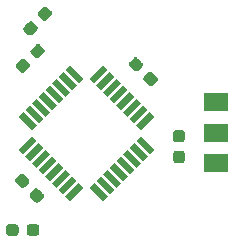
<source format=gbr>
G04 #@! TF.GenerationSoftware,KiCad,Pcbnew,(5.0.2)-1*
G04 #@! TF.CreationDate,2019-01-20T16:15:56+01:00*
G04 #@! TF.ProjectId,HM-LC-Sw1-Pl-DN-R1_S26,484d2d4c-432d-4537-9731-2d506c2d444e,rev?*
G04 #@! TF.SameCoordinates,Original*
G04 #@! TF.FileFunction,Paste,Bot*
G04 #@! TF.FilePolarity,Positive*
%FSLAX46Y46*%
G04 Gerber Fmt 4.6, Leading zero omitted, Abs format (unit mm)*
G04 Created by KiCad (PCBNEW (5.0.2)-1) date 20.01.2019 16:15:56*
%MOMM*%
%LPD*%
G01*
G04 APERTURE LIST*
%ADD10R,2.000000X1.500000*%
%ADD11C,0.100000*%
%ADD12C,0.950000*%
%ADD13C,0.550000*%
G04 APERTURE END LIST*
D10*
G04 #@! TO.C,J4*
X163372800Y-112268000D03*
X163372800Y-109702600D03*
X163372800Y-107111800D03*
G04 #@! TD*
D11*
G04 #@! TO.C,C1*
G36*
X160534779Y-111227223D02*
X160557834Y-111230642D01*
X160580443Y-111236306D01*
X160602387Y-111244158D01*
X160623457Y-111254123D01*
X160643448Y-111266105D01*
X160662168Y-111279989D01*
X160679438Y-111295641D01*
X160695090Y-111312911D01*
X160708974Y-111331631D01*
X160720956Y-111351622D01*
X160730921Y-111372692D01*
X160738773Y-111394636D01*
X160744437Y-111417245D01*
X160747856Y-111440300D01*
X160749000Y-111463579D01*
X160749000Y-112038579D01*
X160747856Y-112061858D01*
X160744437Y-112084913D01*
X160738773Y-112107522D01*
X160730921Y-112129466D01*
X160720956Y-112150536D01*
X160708974Y-112170527D01*
X160695090Y-112189247D01*
X160679438Y-112206517D01*
X160662168Y-112222169D01*
X160643448Y-112236053D01*
X160623457Y-112248035D01*
X160602387Y-112258000D01*
X160580443Y-112265852D01*
X160557834Y-112271516D01*
X160534779Y-112274935D01*
X160511500Y-112276079D01*
X160036500Y-112276079D01*
X160013221Y-112274935D01*
X159990166Y-112271516D01*
X159967557Y-112265852D01*
X159945613Y-112258000D01*
X159924543Y-112248035D01*
X159904552Y-112236053D01*
X159885832Y-112222169D01*
X159868562Y-112206517D01*
X159852910Y-112189247D01*
X159839026Y-112170527D01*
X159827044Y-112150536D01*
X159817079Y-112129466D01*
X159809227Y-112107522D01*
X159803563Y-112084913D01*
X159800144Y-112061858D01*
X159799000Y-112038579D01*
X159799000Y-111463579D01*
X159800144Y-111440300D01*
X159803563Y-111417245D01*
X159809227Y-111394636D01*
X159817079Y-111372692D01*
X159827044Y-111351622D01*
X159839026Y-111331631D01*
X159852910Y-111312911D01*
X159868562Y-111295641D01*
X159885832Y-111279989D01*
X159904552Y-111266105D01*
X159924543Y-111254123D01*
X159945613Y-111244158D01*
X159967557Y-111236306D01*
X159990166Y-111230642D01*
X160013221Y-111227223D01*
X160036500Y-111226079D01*
X160511500Y-111226079D01*
X160534779Y-111227223D01*
X160534779Y-111227223D01*
G37*
D12*
X160274000Y-111751079D03*
D11*
G36*
X160534779Y-109477225D02*
X160557834Y-109480644D01*
X160580443Y-109486308D01*
X160602387Y-109494160D01*
X160623457Y-109504125D01*
X160643448Y-109516107D01*
X160662168Y-109529991D01*
X160679438Y-109545643D01*
X160695090Y-109562913D01*
X160708974Y-109581633D01*
X160720956Y-109601624D01*
X160730921Y-109622694D01*
X160738773Y-109644638D01*
X160744437Y-109667247D01*
X160747856Y-109690302D01*
X160749000Y-109713581D01*
X160749000Y-110288581D01*
X160747856Y-110311860D01*
X160744437Y-110334915D01*
X160738773Y-110357524D01*
X160730921Y-110379468D01*
X160720956Y-110400538D01*
X160708974Y-110420529D01*
X160695090Y-110439249D01*
X160679438Y-110456519D01*
X160662168Y-110472171D01*
X160643448Y-110486055D01*
X160623457Y-110498037D01*
X160602387Y-110508002D01*
X160580443Y-110515854D01*
X160557834Y-110521518D01*
X160534779Y-110524937D01*
X160511500Y-110526081D01*
X160036500Y-110526081D01*
X160013221Y-110524937D01*
X159990166Y-110521518D01*
X159967557Y-110515854D01*
X159945613Y-110508002D01*
X159924543Y-110498037D01*
X159904552Y-110486055D01*
X159885832Y-110472171D01*
X159868562Y-110456519D01*
X159852910Y-110439249D01*
X159839026Y-110420529D01*
X159827044Y-110400538D01*
X159817079Y-110379468D01*
X159809227Y-110357524D01*
X159803563Y-110334915D01*
X159800144Y-110311860D01*
X159799000Y-110288581D01*
X159799000Y-109713581D01*
X159800144Y-109690302D01*
X159803563Y-109667247D01*
X159809227Y-109644638D01*
X159817079Y-109622694D01*
X159827044Y-109601624D01*
X159839026Y-109581633D01*
X159852910Y-109562913D01*
X159868562Y-109545643D01*
X159885832Y-109529991D01*
X159904552Y-109516107D01*
X159924543Y-109504125D01*
X159945613Y-109494160D01*
X159967557Y-109486308D01*
X159990166Y-109480644D01*
X160013221Y-109477225D01*
X160036500Y-109476081D01*
X160511500Y-109476081D01*
X160534779Y-109477225D01*
X160534779Y-109477225D01*
G37*
D12*
X160274000Y-110001081D03*
G04 #@! TD*
D11*
G04 #@! TO.C,C2*
G36*
X156620606Y-103309935D02*
X156643661Y-103313354D01*
X156666270Y-103319018D01*
X156688214Y-103326870D01*
X156709284Y-103336835D01*
X156729275Y-103348817D01*
X156747995Y-103362701D01*
X156765265Y-103378353D01*
X157171851Y-103784939D01*
X157187503Y-103802209D01*
X157201387Y-103820929D01*
X157213369Y-103840920D01*
X157223334Y-103861990D01*
X157231186Y-103883934D01*
X157236850Y-103906543D01*
X157240269Y-103929598D01*
X157241413Y-103952877D01*
X157240269Y-103976156D01*
X157236850Y-103999211D01*
X157231186Y-104021820D01*
X157223334Y-104043764D01*
X157213369Y-104064834D01*
X157201387Y-104084825D01*
X157187503Y-104103545D01*
X157171851Y-104120815D01*
X156835975Y-104456691D01*
X156818705Y-104472343D01*
X156799985Y-104486227D01*
X156779994Y-104498209D01*
X156758924Y-104508174D01*
X156736980Y-104516026D01*
X156714371Y-104521690D01*
X156691316Y-104525109D01*
X156668037Y-104526253D01*
X156644758Y-104525109D01*
X156621703Y-104521690D01*
X156599094Y-104516026D01*
X156577150Y-104508174D01*
X156556080Y-104498209D01*
X156536089Y-104486227D01*
X156517369Y-104472343D01*
X156500099Y-104456691D01*
X156093513Y-104050105D01*
X156077861Y-104032835D01*
X156063977Y-104014115D01*
X156051995Y-103994124D01*
X156042030Y-103973054D01*
X156034178Y-103951110D01*
X156028514Y-103928501D01*
X156025095Y-103905446D01*
X156023951Y-103882167D01*
X156025095Y-103858888D01*
X156028514Y-103835833D01*
X156034178Y-103813224D01*
X156042030Y-103791280D01*
X156051995Y-103770210D01*
X156063977Y-103750219D01*
X156077861Y-103731499D01*
X156093513Y-103714229D01*
X156429389Y-103378353D01*
X156446659Y-103362701D01*
X156465379Y-103348817D01*
X156485370Y-103336835D01*
X156506440Y-103326870D01*
X156528384Y-103319018D01*
X156550993Y-103313354D01*
X156574048Y-103309935D01*
X156597327Y-103308791D01*
X156620606Y-103309935D01*
X156620606Y-103309935D01*
G37*
D12*
X156632682Y-103917522D03*
D11*
G36*
X157858042Y-104547371D02*
X157881097Y-104550790D01*
X157903706Y-104556454D01*
X157925650Y-104564306D01*
X157946720Y-104574271D01*
X157966711Y-104586253D01*
X157985431Y-104600137D01*
X158002701Y-104615789D01*
X158409287Y-105022375D01*
X158424939Y-105039645D01*
X158438823Y-105058365D01*
X158450805Y-105078356D01*
X158460770Y-105099426D01*
X158468622Y-105121370D01*
X158474286Y-105143979D01*
X158477705Y-105167034D01*
X158478849Y-105190313D01*
X158477705Y-105213592D01*
X158474286Y-105236647D01*
X158468622Y-105259256D01*
X158460770Y-105281200D01*
X158450805Y-105302270D01*
X158438823Y-105322261D01*
X158424939Y-105340981D01*
X158409287Y-105358251D01*
X158073411Y-105694127D01*
X158056141Y-105709779D01*
X158037421Y-105723663D01*
X158017430Y-105735645D01*
X157996360Y-105745610D01*
X157974416Y-105753462D01*
X157951807Y-105759126D01*
X157928752Y-105762545D01*
X157905473Y-105763689D01*
X157882194Y-105762545D01*
X157859139Y-105759126D01*
X157836530Y-105753462D01*
X157814586Y-105745610D01*
X157793516Y-105735645D01*
X157773525Y-105723663D01*
X157754805Y-105709779D01*
X157737535Y-105694127D01*
X157330949Y-105287541D01*
X157315297Y-105270271D01*
X157301413Y-105251551D01*
X157289431Y-105231560D01*
X157279466Y-105210490D01*
X157271614Y-105188546D01*
X157265950Y-105165937D01*
X157262531Y-105142882D01*
X157261387Y-105119603D01*
X157262531Y-105096324D01*
X157265950Y-105073269D01*
X157271614Y-105050660D01*
X157279466Y-105028716D01*
X157289431Y-105007646D01*
X157301413Y-104987655D01*
X157315297Y-104968935D01*
X157330949Y-104951665D01*
X157666825Y-104615789D01*
X157684095Y-104600137D01*
X157702815Y-104586253D01*
X157722806Y-104574271D01*
X157743876Y-104564306D01*
X157765820Y-104556454D01*
X157788429Y-104550790D01*
X157811484Y-104547371D01*
X157834763Y-104546227D01*
X157858042Y-104547371D01*
X157858042Y-104547371D01*
G37*
D12*
X157870118Y-105154958D03*
G04 #@! TD*
D11*
G04 #@! TO.C,C3*
G36*
X148231442Y-114412731D02*
X148254497Y-114416150D01*
X148277106Y-114421814D01*
X148299050Y-114429666D01*
X148320120Y-114439631D01*
X148340111Y-114451613D01*
X148358831Y-114465497D01*
X148376101Y-114481149D01*
X148782687Y-114887735D01*
X148798339Y-114905005D01*
X148812223Y-114923725D01*
X148824205Y-114943716D01*
X148834170Y-114964786D01*
X148842022Y-114986730D01*
X148847686Y-115009339D01*
X148851105Y-115032394D01*
X148852249Y-115055673D01*
X148851105Y-115078952D01*
X148847686Y-115102007D01*
X148842022Y-115124616D01*
X148834170Y-115146560D01*
X148824205Y-115167630D01*
X148812223Y-115187621D01*
X148798339Y-115206341D01*
X148782687Y-115223611D01*
X148446811Y-115559487D01*
X148429541Y-115575139D01*
X148410821Y-115589023D01*
X148390830Y-115601005D01*
X148369760Y-115610970D01*
X148347816Y-115618822D01*
X148325207Y-115624486D01*
X148302152Y-115627905D01*
X148278873Y-115629049D01*
X148255594Y-115627905D01*
X148232539Y-115624486D01*
X148209930Y-115618822D01*
X148187986Y-115610970D01*
X148166916Y-115601005D01*
X148146925Y-115589023D01*
X148128205Y-115575139D01*
X148110935Y-115559487D01*
X147704349Y-115152901D01*
X147688697Y-115135631D01*
X147674813Y-115116911D01*
X147662831Y-115096920D01*
X147652866Y-115075850D01*
X147645014Y-115053906D01*
X147639350Y-115031297D01*
X147635931Y-115008242D01*
X147634787Y-114984963D01*
X147635931Y-114961684D01*
X147639350Y-114938629D01*
X147645014Y-114916020D01*
X147652866Y-114894076D01*
X147662831Y-114873006D01*
X147674813Y-114853015D01*
X147688697Y-114834295D01*
X147704349Y-114817025D01*
X148040225Y-114481149D01*
X148057495Y-114465497D01*
X148076215Y-114451613D01*
X148096206Y-114439631D01*
X148117276Y-114429666D01*
X148139220Y-114421814D01*
X148161829Y-114416150D01*
X148184884Y-114412731D01*
X148208163Y-114411587D01*
X148231442Y-114412731D01*
X148231442Y-114412731D01*
G37*
D12*
X148243518Y-115020318D03*
D11*
G36*
X146994006Y-113175295D02*
X147017061Y-113178714D01*
X147039670Y-113184378D01*
X147061614Y-113192230D01*
X147082684Y-113202195D01*
X147102675Y-113214177D01*
X147121395Y-113228061D01*
X147138665Y-113243713D01*
X147545251Y-113650299D01*
X147560903Y-113667569D01*
X147574787Y-113686289D01*
X147586769Y-113706280D01*
X147596734Y-113727350D01*
X147604586Y-113749294D01*
X147610250Y-113771903D01*
X147613669Y-113794958D01*
X147614813Y-113818237D01*
X147613669Y-113841516D01*
X147610250Y-113864571D01*
X147604586Y-113887180D01*
X147596734Y-113909124D01*
X147586769Y-113930194D01*
X147574787Y-113950185D01*
X147560903Y-113968905D01*
X147545251Y-113986175D01*
X147209375Y-114322051D01*
X147192105Y-114337703D01*
X147173385Y-114351587D01*
X147153394Y-114363569D01*
X147132324Y-114373534D01*
X147110380Y-114381386D01*
X147087771Y-114387050D01*
X147064716Y-114390469D01*
X147041437Y-114391613D01*
X147018158Y-114390469D01*
X146995103Y-114387050D01*
X146972494Y-114381386D01*
X146950550Y-114373534D01*
X146929480Y-114363569D01*
X146909489Y-114351587D01*
X146890769Y-114337703D01*
X146873499Y-114322051D01*
X146466913Y-113915465D01*
X146451261Y-113898195D01*
X146437377Y-113879475D01*
X146425395Y-113859484D01*
X146415430Y-113838414D01*
X146407578Y-113816470D01*
X146401914Y-113793861D01*
X146398495Y-113770806D01*
X146397351Y-113747527D01*
X146398495Y-113724248D01*
X146401914Y-113701193D01*
X146407578Y-113678584D01*
X146415430Y-113656640D01*
X146425395Y-113635570D01*
X146437377Y-113615579D01*
X146451261Y-113596859D01*
X146466913Y-113579589D01*
X146802789Y-113243713D01*
X146820059Y-113228061D01*
X146838779Y-113214177D01*
X146858770Y-113202195D01*
X146879840Y-113192230D01*
X146901784Y-113184378D01*
X146924393Y-113178714D01*
X146947448Y-113175295D01*
X146970727Y-113174151D01*
X146994006Y-113175295D01*
X146994006Y-113175295D01*
G37*
D12*
X147006082Y-113782882D03*
G04 #@! TD*
D11*
G04 #@! TO.C,C4*
G36*
X148998112Y-99027495D02*
X149021167Y-99030914D01*
X149043776Y-99036578D01*
X149065720Y-99044430D01*
X149086790Y-99054395D01*
X149106781Y-99066377D01*
X149125501Y-99080261D01*
X149142771Y-99095913D01*
X149478647Y-99431789D01*
X149494299Y-99449059D01*
X149508183Y-99467779D01*
X149520165Y-99487770D01*
X149530130Y-99508840D01*
X149537982Y-99530784D01*
X149543646Y-99553393D01*
X149547065Y-99576448D01*
X149548209Y-99599727D01*
X149547065Y-99623006D01*
X149543646Y-99646061D01*
X149537982Y-99668670D01*
X149530130Y-99690614D01*
X149520165Y-99711684D01*
X149508183Y-99731675D01*
X149494299Y-99750395D01*
X149478647Y-99767665D01*
X149072061Y-100174251D01*
X149054791Y-100189903D01*
X149036071Y-100203787D01*
X149016080Y-100215769D01*
X148995010Y-100225734D01*
X148973066Y-100233586D01*
X148950457Y-100239250D01*
X148927402Y-100242669D01*
X148904123Y-100243813D01*
X148880844Y-100242669D01*
X148857789Y-100239250D01*
X148835180Y-100233586D01*
X148813236Y-100225734D01*
X148792166Y-100215769D01*
X148772175Y-100203787D01*
X148753455Y-100189903D01*
X148736185Y-100174251D01*
X148400309Y-99838375D01*
X148384657Y-99821105D01*
X148370773Y-99802385D01*
X148358791Y-99782394D01*
X148348826Y-99761324D01*
X148340974Y-99739380D01*
X148335310Y-99716771D01*
X148331891Y-99693716D01*
X148330747Y-99670437D01*
X148331891Y-99647158D01*
X148335310Y-99624103D01*
X148340974Y-99601494D01*
X148348826Y-99579550D01*
X148358791Y-99558480D01*
X148370773Y-99538489D01*
X148384657Y-99519769D01*
X148400309Y-99502499D01*
X148806895Y-99095913D01*
X148824165Y-99080261D01*
X148842885Y-99066377D01*
X148862876Y-99054395D01*
X148883946Y-99044430D01*
X148905890Y-99036578D01*
X148928499Y-99030914D01*
X148951554Y-99027495D01*
X148974833Y-99026351D01*
X148998112Y-99027495D01*
X148998112Y-99027495D01*
G37*
D12*
X148939478Y-99635082D03*
D11*
G36*
X147760676Y-100264931D02*
X147783731Y-100268350D01*
X147806340Y-100274014D01*
X147828284Y-100281866D01*
X147849354Y-100291831D01*
X147869345Y-100303813D01*
X147888065Y-100317697D01*
X147905335Y-100333349D01*
X148241211Y-100669225D01*
X148256863Y-100686495D01*
X148270747Y-100705215D01*
X148282729Y-100725206D01*
X148292694Y-100746276D01*
X148300546Y-100768220D01*
X148306210Y-100790829D01*
X148309629Y-100813884D01*
X148310773Y-100837163D01*
X148309629Y-100860442D01*
X148306210Y-100883497D01*
X148300546Y-100906106D01*
X148292694Y-100928050D01*
X148282729Y-100949120D01*
X148270747Y-100969111D01*
X148256863Y-100987831D01*
X148241211Y-101005101D01*
X147834625Y-101411687D01*
X147817355Y-101427339D01*
X147798635Y-101441223D01*
X147778644Y-101453205D01*
X147757574Y-101463170D01*
X147735630Y-101471022D01*
X147713021Y-101476686D01*
X147689966Y-101480105D01*
X147666687Y-101481249D01*
X147643408Y-101480105D01*
X147620353Y-101476686D01*
X147597744Y-101471022D01*
X147575800Y-101463170D01*
X147554730Y-101453205D01*
X147534739Y-101441223D01*
X147516019Y-101427339D01*
X147498749Y-101411687D01*
X147162873Y-101075811D01*
X147147221Y-101058541D01*
X147133337Y-101039821D01*
X147121355Y-101019830D01*
X147111390Y-100998760D01*
X147103538Y-100976816D01*
X147097874Y-100954207D01*
X147094455Y-100931152D01*
X147093311Y-100907873D01*
X147094455Y-100884594D01*
X147097874Y-100861539D01*
X147103538Y-100838930D01*
X147111390Y-100816986D01*
X147121355Y-100795916D01*
X147133337Y-100775925D01*
X147147221Y-100757205D01*
X147162873Y-100739935D01*
X147569459Y-100333349D01*
X147586729Y-100317697D01*
X147605449Y-100303813D01*
X147625440Y-100291831D01*
X147646510Y-100281866D01*
X147668454Y-100274014D01*
X147691063Y-100268350D01*
X147714118Y-100264931D01*
X147737397Y-100263787D01*
X147760676Y-100264931D01*
X147760676Y-100264931D01*
G37*
D12*
X147702042Y-100872518D03*
G04 #@! TD*
D11*
G04 #@! TO.C,C5*
G36*
X148231459Y-117478664D02*
X148254514Y-117482083D01*
X148277123Y-117487747D01*
X148299067Y-117495599D01*
X148320137Y-117505564D01*
X148340128Y-117517546D01*
X148358848Y-117531430D01*
X148376118Y-117547082D01*
X148391770Y-117564352D01*
X148405654Y-117583072D01*
X148417636Y-117603063D01*
X148427601Y-117624133D01*
X148435453Y-117646077D01*
X148441117Y-117668686D01*
X148444536Y-117691741D01*
X148445680Y-117715020D01*
X148445680Y-118190020D01*
X148444536Y-118213299D01*
X148441117Y-118236354D01*
X148435453Y-118258963D01*
X148427601Y-118280907D01*
X148417636Y-118301977D01*
X148405654Y-118321968D01*
X148391770Y-118340688D01*
X148376118Y-118357958D01*
X148358848Y-118373610D01*
X148340128Y-118387494D01*
X148320137Y-118399476D01*
X148299067Y-118409441D01*
X148277123Y-118417293D01*
X148254514Y-118422957D01*
X148231459Y-118426376D01*
X148208180Y-118427520D01*
X147633180Y-118427520D01*
X147609901Y-118426376D01*
X147586846Y-118422957D01*
X147564237Y-118417293D01*
X147542293Y-118409441D01*
X147521223Y-118399476D01*
X147501232Y-118387494D01*
X147482512Y-118373610D01*
X147465242Y-118357958D01*
X147449590Y-118340688D01*
X147435706Y-118321968D01*
X147423724Y-118301977D01*
X147413759Y-118280907D01*
X147405907Y-118258963D01*
X147400243Y-118236354D01*
X147396824Y-118213299D01*
X147395680Y-118190020D01*
X147395680Y-117715020D01*
X147396824Y-117691741D01*
X147400243Y-117668686D01*
X147405907Y-117646077D01*
X147413759Y-117624133D01*
X147423724Y-117603063D01*
X147435706Y-117583072D01*
X147449590Y-117564352D01*
X147465242Y-117547082D01*
X147482512Y-117531430D01*
X147501232Y-117517546D01*
X147521223Y-117505564D01*
X147542293Y-117495599D01*
X147564237Y-117487747D01*
X147586846Y-117482083D01*
X147609901Y-117478664D01*
X147633180Y-117477520D01*
X148208180Y-117477520D01*
X148231459Y-117478664D01*
X148231459Y-117478664D01*
G37*
D12*
X147920680Y-117952520D03*
D11*
G36*
X146481459Y-117478664D02*
X146504514Y-117482083D01*
X146527123Y-117487747D01*
X146549067Y-117495599D01*
X146570137Y-117505564D01*
X146590128Y-117517546D01*
X146608848Y-117531430D01*
X146626118Y-117547082D01*
X146641770Y-117564352D01*
X146655654Y-117583072D01*
X146667636Y-117603063D01*
X146677601Y-117624133D01*
X146685453Y-117646077D01*
X146691117Y-117668686D01*
X146694536Y-117691741D01*
X146695680Y-117715020D01*
X146695680Y-118190020D01*
X146694536Y-118213299D01*
X146691117Y-118236354D01*
X146685453Y-118258963D01*
X146677601Y-118280907D01*
X146667636Y-118301977D01*
X146655654Y-118321968D01*
X146641770Y-118340688D01*
X146626118Y-118357958D01*
X146608848Y-118373610D01*
X146590128Y-118387494D01*
X146570137Y-118399476D01*
X146549067Y-118409441D01*
X146527123Y-118417293D01*
X146504514Y-118422957D01*
X146481459Y-118426376D01*
X146458180Y-118427520D01*
X145883180Y-118427520D01*
X145859901Y-118426376D01*
X145836846Y-118422957D01*
X145814237Y-118417293D01*
X145792293Y-118409441D01*
X145771223Y-118399476D01*
X145751232Y-118387494D01*
X145732512Y-118373610D01*
X145715242Y-118357958D01*
X145699590Y-118340688D01*
X145685706Y-118321968D01*
X145673724Y-118301977D01*
X145663759Y-118280907D01*
X145655907Y-118258963D01*
X145650243Y-118236354D01*
X145646824Y-118213299D01*
X145645680Y-118190020D01*
X145645680Y-117715020D01*
X145646824Y-117691741D01*
X145650243Y-117668686D01*
X145655907Y-117646077D01*
X145663759Y-117624133D01*
X145673724Y-117603063D01*
X145685706Y-117583072D01*
X145699590Y-117564352D01*
X145715242Y-117547082D01*
X145732512Y-117531430D01*
X145751232Y-117517546D01*
X145771223Y-117505564D01*
X145792293Y-117495599D01*
X145814237Y-117487747D01*
X145836846Y-117482083D01*
X145859901Y-117478664D01*
X145883180Y-117477520D01*
X146458180Y-117477520D01*
X146481459Y-117478664D01*
X146481459Y-117478664D01*
G37*
D12*
X146170680Y-117952520D03*
G04 #@! TD*
D11*
G04 #@! TO.C,R1*
G36*
X148368192Y-102197415D02*
X148391247Y-102200834D01*
X148413856Y-102206498D01*
X148435800Y-102214350D01*
X148456870Y-102224315D01*
X148476861Y-102236297D01*
X148495581Y-102250181D01*
X148512851Y-102265833D01*
X148848727Y-102601709D01*
X148864379Y-102618979D01*
X148878263Y-102637699D01*
X148890245Y-102657690D01*
X148900210Y-102678760D01*
X148908062Y-102700704D01*
X148913726Y-102723313D01*
X148917145Y-102746368D01*
X148918289Y-102769647D01*
X148917145Y-102792926D01*
X148913726Y-102815981D01*
X148908062Y-102838590D01*
X148900210Y-102860534D01*
X148890245Y-102881604D01*
X148878263Y-102901595D01*
X148864379Y-102920315D01*
X148848727Y-102937585D01*
X148442141Y-103344171D01*
X148424871Y-103359823D01*
X148406151Y-103373707D01*
X148386160Y-103385689D01*
X148365090Y-103395654D01*
X148343146Y-103403506D01*
X148320537Y-103409170D01*
X148297482Y-103412589D01*
X148274203Y-103413733D01*
X148250924Y-103412589D01*
X148227869Y-103409170D01*
X148205260Y-103403506D01*
X148183316Y-103395654D01*
X148162246Y-103385689D01*
X148142255Y-103373707D01*
X148123535Y-103359823D01*
X148106265Y-103344171D01*
X147770389Y-103008295D01*
X147754737Y-102991025D01*
X147740853Y-102972305D01*
X147728871Y-102952314D01*
X147718906Y-102931244D01*
X147711054Y-102909300D01*
X147705390Y-102886691D01*
X147701971Y-102863636D01*
X147700827Y-102840357D01*
X147701971Y-102817078D01*
X147705390Y-102794023D01*
X147711054Y-102771414D01*
X147718906Y-102749470D01*
X147728871Y-102728400D01*
X147740853Y-102708409D01*
X147754737Y-102689689D01*
X147770389Y-102672419D01*
X148176975Y-102265833D01*
X148194245Y-102250181D01*
X148212965Y-102236297D01*
X148232956Y-102224315D01*
X148254026Y-102214350D01*
X148275970Y-102206498D01*
X148298579Y-102200834D01*
X148321634Y-102197415D01*
X148344913Y-102196271D01*
X148368192Y-102197415D01*
X148368192Y-102197415D01*
G37*
D12*
X148309558Y-102805002D03*
D11*
G36*
X147130756Y-103434851D02*
X147153811Y-103438270D01*
X147176420Y-103443934D01*
X147198364Y-103451786D01*
X147219434Y-103461751D01*
X147239425Y-103473733D01*
X147258145Y-103487617D01*
X147275415Y-103503269D01*
X147611291Y-103839145D01*
X147626943Y-103856415D01*
X147640827Y-103875135D01*
X147652809Y-103895126D01*
X147662774Y-103916196D01*
X147670626Y-103938140D01*
X147676290Y-103960749D01*
X147679709Y-103983804D01*
X147680853Y-104007083D01*
X147679709Y-104030362D01*
X147676290Y-104053417D01*
X147670626Y-104076026D01*
X147662774Y-104097970D01*
X147652809Y-104119040D01*
X147640827Y-104139031D01*
X147626943Y-104157751D01*
X147611291Y-104175021D01*
X147204705Y-104581607D01*
X147187435Y-104597259D01*
X147168715Y-104611143D01*
X147148724Y-104623125D01*
X147127654Y-104633090D01*
X147105710Y-104640942D01*
X147083101Y-104646606D01*
X147060046Y-104650025D01*
X147036767Y-104651169D01*
X147013488Y-104650025D01*
X146990433Y-104646606D01*
X146967824Y-104640942D01*
X146945880Y-104633090D01*
X146924810Y-104623125D01*
X146904819Y-104611143D01*
X146886099Y-104597259D01*
X146868829Y-104581607D01*
X146532953Y-104245731D01*
X146517301Y-104228461D01*
X146503417Y-104209741D01*
X146491435Y-104189750D01*
X146481470Y-104168680D01*
X146473618Y-104146736D01*
X146467954Y-104124127D01*
X146464535Y-104101072D01*
X146463391Y-104077793D01*
X146464535Y-104054514D01*
X146467954Y-104031459D01*
X146473618Y-104008850D01*
X146481470Y-103986906D01*
X146491435Y-103965836D01*
X146503417Y-103945845D01*
X146517301Y-103927125D01*
X146532953Y-103909855D01*
X146939539Y-103503269D01*
X146956809Y-103487617D01*
X146975529Y-103473733D01*
X146995520Y-103461751D01*
X147016590Y-103451786D01*
X147038534Y-103443934D01*
X147061143Y-103438270D01*
X147084198Y-103434851D01*
X147107477Y-103433707D01*
X147130756Y-103434851D01*
X147130756Y-103434851D01*
G37*
D12*
X147072122Y-104042438D03*
G04 #@! TD*
D13*
G04 #@! TO.C,U1*
X153476105Y-104768297D03*
D11*
G36*
X153847336Y-104008157D02*
X154236245Y-104397066D01*
X153104874Y-105528437D01*
X152715965Y-105139528D01*
X153847336Y-104008157D01*
X153847336Y-104008157D01*
G37*
D13*
X154041790Y-105333983D03*
D11*
G36*
X154413021Y-104573843D02*
X154801930Y-104962752D01*
X153670559Y-106094123D01*
X153281650Y-105705214D01*
X154413021Y-104573843D01*
X154413021Y-104573843D01*
G37*
D13*
X154607476Y-105899668D03*
D11*
G36*
X154978707Y-105139528D02*
X155367616Y-105528437D01*
X154236245Y-106659808D01*
X153847336Y-106270899D01*
X154978707Y-105139528D01*
X154978707Y-105139528D01*
G37*
D13*
X155173161Y-106465353D03*
D11*
G36*
X155544392Y-105705213D02*
X155933301Y-106094122D01*
X154801930Y-107225493D01*
X154413021Y-106836584D01*
X155544392Y-105705213D01*
X155544392Y-105705213D01*
G37*
D13*
X155738847Y-107031039D03*
D11*
G36*
X156110078Y-106270899D02*
X156498987Y-106659808D01*
X155367616Y-107791179D01*
X154978707Y-107402270D01*
X156110078Y-106270899D01*
X156110078Y-106270899D01*
G37*
D13*
X156304532Y-107596724D03*
D11*
G36*
X156675763Y-106836584D02*
X157064672Y-107225493D01*
X155933301Y-108356864D01*
X155544392Y-107967955D01*
X156675763Y-106836584D01*
X156675763Y-106836584D01*
G37*
D13*
X156870217Y-108162410D03*
D11*
G36*
X157241448Y-107402270D02*
X157630357Y-107791179D01*
X156498986Y-108922550D01*
X156110077Y-108533641D01*
X157241448Y-107402270D01*
X157241448Y-107402270D01*
G37*
D13*
X157435903Y-108728095D03*
D11*
G36*
X157807134Y-107967955D02*
X158196043Y-108356864D01*
X157064672Y-109488235D01*
X156675763Y-109099326D01*
X157807134Y-107967955D01*
X157807134Y-107967955D01*
G37*
D13*
X157435903Y-110778705D03*
D11*
G36*
X158196043Y-111149936D02*
X157807134Y-111538845D01*
X156675763Y-110407474D01*
X157064672Y-110018565D01*
X158196043Y-111149936D01*
X158196043Y-111149936D01*
G37*
D13*
X156870217Y-111344390D03*
D11*
G36*
X157630357Y-111715621D02*
X157241448Y-112104530D01*
X156110077Y-110973159D01*
X156498986Y-110584250D01*
X157630357Y-111715621D01*
X157630357Y-111715621D01*
G37*
D13*
X156304532Y-111910076D03*
D11*
G36*
X157064672Y-112281307D02*
X156675763Y-112670216D01*
X155544392Y-111538845D01*
X155933301Y-111149936D01*
X157064672Y-112281307D01*
X157064672Y-112281307D01*
G37*
D13*
X155738847Y-112475761D03*
D11*
G36*
X156498987Y-112846992D02*
X156110078Y-113235901D01*
X154978707Y-112104530D01*
X155367616Y-111715621D01*
X156498987Y-112846992D01*
X156498987Y-112846992D01*
G37*
D13*
X155173161Y-113041447D03*
D11*
G36*
X155933301Y-113412678D02*
X155544392Y-113801587D01*
X154413021Y-112670216D01*
X154801930Y-112281307D01*
X155933301Y-113412678D01*
X155933301Y-113412678D01*
G37*
D13*
X154607476Y-113607132D03*
D11*
G36*
X155367616Y-113978363D02*
X154978707Y-114367272D01*
X153847336Y-113235901D01*
X154236245Y-112846992D01*
X155367616Y-113978363D01*
X155367616Y-113978363D01*
G37*
D13*
X154041790Y-114172817D03*
D11*
G36*
X154801930Y-114544048D02*
X154413021Y-114932957D01*
X153281650Y-113801586D01*
X153670559Y-113412677D01*
X154801930Y-114544048D01*
X154801930Y-114544048D01*
G37*
D13*
X153476105Y-114738503D03*
D11*
G36*
X154236245Y-115109734D02*
X153847336Y-115498643D01*
X152715965Y-114367272D01*
X153104874Y-113978363D01*
X154236245Y-115109734D01*
X154236245Y-115109734D01*
G37*
D13*
X151425495Y-114738503D03*
D11*
G36*
X151796726Y-113978363D02*
X152185635Y-114367272D01*
X151054264Y-115498643D01*
X150665355Y-115109734D01*
X151796726Y-113978363D01*
X151796726Y-113978363D01*
G37*
D13*
X150859810Y-114172817D03*
D11*
G36*
X151231041Y-113412677D02*
X151619950Y-113801586D01*
X150488579Y-114932957D01*
X150099670Y-114544048D01*
X151231041Y-113412677D01*
X151231041Y-113412677D01*
G37*
D13*
X150294124Y-113607132D03*
D11*
G36*
X150665355Y-112846992D02*
X151054264Y-113235901D01*
X149922893Y-114367272D01*
X149533984Y-113978363D01*
X150665355Y-112846992D01*
X150665355Y-112846992D01*
G37*
D13*
X149728439Y-113041447D03*
D11*
G36*
X150099670Y-112281307D02*
X150488579Y-112670216D01*
X149357208Y-113801587D01*
X148968299Y-113412678D01*
X150099670Y-112281307D01*
X150099670Y-112281307D01*
G37*
D13*
X149162753Y-112475761D03*
D11*
G36*
X149533984Y-111715621D02*
X149922893Y-112104530D01*
X148791522Y-113235901D01*
X148402613Y-112846992D01*
X149533984Y-111715621D01*
X149533984Y-111715621D01*
G37*
D13*
X148597068Y-111910076D03*
D11*
G36*
X148968299Y-111149936D02*
X149357208Y-111538845D01*
X148225837Y-112670216D01*
X147836928Y-112281307D01*
X148968299Y-111149936D01*
X148968299Y-111149936D01*
G37*
D13*
X148031383Y-111344390D03*
D11*
G36*
X148402614Y-110584250D02*
X148791523Y-110973159D01*
X147660152Y-112104530D01*
X147271243Y-111715621D01*
X148402614Y-110584250D01*
X148402614Y-110584250D01*
G37*
D13*
X147465697Y-110778705D03*
D11*
G36*
X147836928Y-110018565D02*
X148225837Y-110407474D01*
X147094466Y-111538845D01*
X146705557Y-111149936D01*
X147836928Y-110018565D01*
X147836928Y-110018565D01*
G37*
D13*
X147465697Y-108728095D03*
D11*
G36*
X148225837Y-109099326D02*
X147836928Y-109488235D01*
X146705557Y-108356864D01*
X147094466Y-107967955D01*
X148225837Y-109099326D01*
X148225837Y-109099326D01*
G37*
D13*
X148031383Y-108162410D03*
D11*
G36*
X148791523Y-108533641D02*
X148402614Y-108922550D01*
X147271243Y-107791179D01*
X147660152Y-107402270D01*
X148791523Y-108533641D01*
X148791523Y-108533641D01*
G37*
D13*
X148597068Y-107596724D03*
D11*
G36*
X149357208Y-107967955D02*
X148968299Y-108356864D01*
X147836928Y-107225493D01*
X148225837Y-106836584D01*
X149357208Y-107967955D01*
X149357208Y-107967955D01*
G37*
D13*
X149162753Y-107031039D03*
D11*
G36*
X149922893Y-107402270D02*
X149533984Y-107791179D01*
X148402613Y-106659808D01*
X148791522Y-106270899D01*
X149922893Y-107402270D01*
X149922893Y-107402270D01*
G37*
D13*
X149728439Y-106465353D03*
D11*
G36*
X150488579Y-106836584D02*
X150099670Y-107225493D01*
X148968299Y-106094122D01*
X149357208Y-105705213D01*
X150488579Y-106836584D01*
X150488579Y-106836584D01*
G37*
D13*
X150294124Y-105899668D03*
D11*
G36*
X151054264Y-106270899D02*
X150665355Y-106659808D01*
X149533984Y-105528437D01*
X149922893Y-105139528D01*
X151054264Y-106270899D01*
X151054264Y-106270899D01*
G37*
D13*
X150859810Y-105333983D03*
D11*
G36*
X151619950Y-105705214D02*
X151231041Y-106094123D01*
X150099670Y-104962752D01*
X150488579Y-104573843D01*
X151619950Y-105705214D01*
X151619950Y-105705214D01*
G37*
D13*
X151425495Y-104768297D03*
D11*
G36*
X152185635Y-105139528D02*
X151796726Y-105528437D01*
X150665355Y-104397066D01*
X151054264Y-104008157D01*
X152185635Y-105139528D01*
X152185635Y-105139528D01*
G37*
G04 #@! TD*
M02*

</source>
